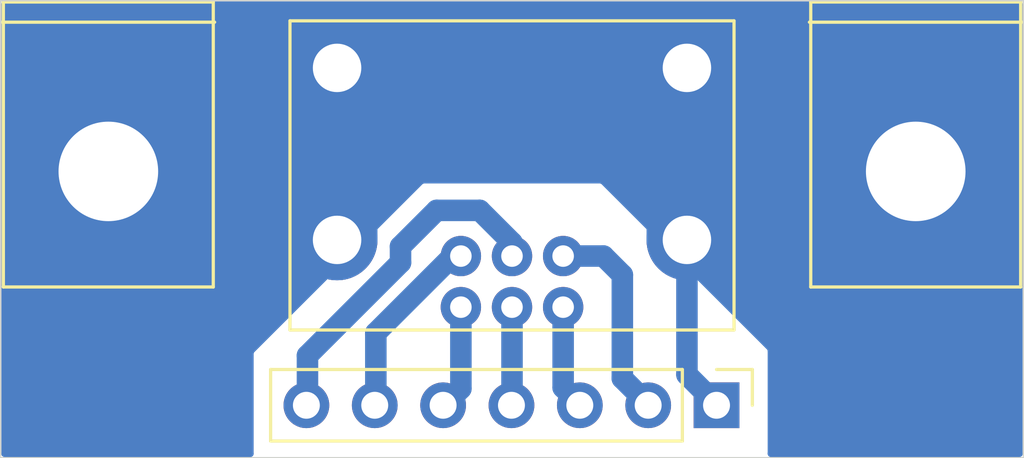
<source format=kicad_pcb>
(kicad_pcb (version 4) (generator "gerbview") (generator_version "8.0")

  (layers 
    (0 F.Cu signal)
    (31 B.Cu signal)
    (32 B.Adhes user)
    (33 F.Adhes user)
    (34 B.Paste user)
    (35 F.Paste user)
    (36 B.SilkS user)
    (37 F.SilkS user)
    (38 B.Mask user)
    (39 F.Mask user)
    (40 Dwgs.User user)
    (41 Cmts.User user)
    (42 Eco1.User user)
    (43 Eco2.User user)
    (44 Edge.Cuts user)
  )

(gr_line (start 149 65) (end 111 65) (layer Edge.Cuts) (width 0.05))
(gr_line (start 111 82) (end 149 82) (layer Edge.Cuts) (width 0.05))
(gr_line (start 111 65) (end 111 82) (layer Edge.Cuts) (width 0.05))
(gr_line (start 149 65) (end 149 82) (layer Edge.Cuts) (width 0.05))
(gr_line (start 118.95 65.8) (end 111.05 65.8) (layer F.SilkS) (width 0.12))
(gr_line (start 118.9 65.05) (end 111.1 65.05) (layer F.SilkS) (width 0.12))
(gr_line (start 118.9 75.65) (end 118.9 65.05) (layer F.SilkS) (width 0.12))
(gr_line (start 111.1 75.65) (end 118.9 75.65) (layer F.SilkS) (width 0.12))
(gr_line (start 111.1 65.05) (end 111.1 75.65) (layer F.SilkS) (width 0.12))
(gr_line (start 148.95 65.8) (end 141.05 65.8) (layer F.SilkS) (width 0.12))
(gr_line (start 148.9 65.05) (end 141.1 65.05) (layer F.SilkS) (width 0.12))
(gr_line (start 148.9 75.65) (end 148.9 65.05) (layer F.SilkS) (width 0.12))
(gr_line (start 141.1 75.65) (end 148.9 75.65) (layer F.SilkS) (width 0.12))
(gr_line (start 141.1 65.05) (end 141.1 75.65) (layer F.SilkS) (width 0.12))
(gr_line (start 121.75 77.25) (end 121.75 65.75) (layer F.SilkS) (width 0.12))
(gr_line (start 138.25 77.25) (end 121.75 77.25) (layer F.SilkS) (width 0.12))
(gr_line (start 138.25 65.75) (end 138.25 77.25) (layer F.SilkS) (width 0.12))
(gr_line (start 121.75 65.75) (end 138.25 65.75) (layer F.SilkS) (width 0.12))
(gr_line (start 121.03 78.72) (end 121.03 81.38) (layer F.SilkS) (width 0.12))
(gr_line (start 136.33 78.72) (end 121.03 78.72) (layer F.SilkS) (width 0.12))
(gr_line (start 136.33 81.38) (end 121.03 81.38) (layer F.SilkS) (width 0.12))
(gr_line (start 136.33 78.72) (end 136.33 81.38) (layer F.SilkS) (width 0.12))
(gr_line (start 137.6 78.72) (end 138.93 78.72) (layer F.SilkS) (width 0.12))
(gr_line (start 138.93 78.72) (end 138.93 80.05) (layer F.SilkS) (width 0.12))
(gr_circle (center 115 71.35) (end 117.85 71.35)(layer F.Mask) (width 0) (fill solid) )
(gr_circle (center 145 71.35) (end 147.85 71.35)(layer F.Mask) (width 0) (fill solid) )
(gr_circle (center 131.9 74.5) (end 132.65 74.5)(layer F.Mask) (width 0) (fill solid) )
(gr_circle (center 136.5 67.5) (end 138 67.5)(layer F.Mask) (width 0) (fill solid) )
(gr_circle (center 131.9 76.4) (end 132.65 76.4)(layer F.Mask) (width 0) (fill solid) )
(gr_circle (center 130 74.5) (end 130.75 74.5)(layer F.Mask) (width 0) (fill solid) )
(gr_circle (center 128.1 74.5) (end 128.85 74.5)(layer F.Mask) (width 0) (fill solid) )
(gr_circle (center 128.1 76.4) (end 128.85 76.4)(layer F.Mask) (width 0) (fill solid) )
(gr_circle (center 130 76.4) (end 130.75 76.4)(layer F.Mask) (width 0) (fill solid) )
(gr_circle (center 123.5 67.5) (end 125 67.5)(layer F.Mask) (width 0) (fill solid) )
(gr_circle (center 123.5 73.9) (end 125 73.9)(layer F.Mask) (width 0) (fill solid) )
(gr_circle (center 136.5 73.9) (end 138 73.9)(layer F.Mask) (width 0) (fill solid) )
(gr_poly (pts  (xy 122.44331 79.20409) (xy 122.52583 79.21633) (xy 122.60674 79.2366)
 (xy 122.68528 79.2647) (xy 122.76069 79.30037) (xy 122.83223 79.34325) (xy 122.89923 79.39294)
 (xy 122.96104 79.44896) (xy 123.01706 79.51077) (xy 123.06675 79.57777) (xy 123.10963 79.64931)
 (xy 123.1453 79.72472) (xy 123.1734 79.80326) (xy 123.19367 79.88417) (xy 123.20591 79.96669)
 (xy 123.21 80.05) (xy 123.20591 80.13331) (xy 123.19367 80.21583) (xy 123.1734 80.29674)
 (xy 123.1453 80.37528) (xy 123.10963 80.45069) (xy 123.06675 80.52223) (xy 123.01706 80.58923)
 (xy 122.96104 80.65104) (xy 122.89923 80.70706) (xy 122.83223 80.75675) (xy 122.76069 80.79963)
 (xy 122.68528 80.8353) (xy 122.60674 80.8634) (xy 122.52583 80.88367) (xy 122.44331 80.89591)
 (xy 122.36 80.9) (xy 122.27669 80.89591) (xy 122.19417 80.88367) (xy 122.11326 80.8634)
 (xy 122.03472 80.8353) (xy 121.95931 80.79963) (xy 121.88777 80.75675) (xy 121.82077 80.70706)
 (xy 121.75896 80.65104) (xy 121.70294 80.58923) (xy 121.65325 80.52223) (xy 121.61037 80.45069)
 (xy 121.5747 80.37528) (xy 121.5466 80.29674) (xy 121.52633 80.21583) (xy 121.51409 80.13331)
 (xy 121.51 80.05) (xy 121.51409 79.96669) (xy 121.52633 79.88417) (xy 121.5466 79.80326)
 (xy 121.5747 79.72472) (xy 121.61037 79.64931) (xy 121.65325 79.57777) (xy 121.70294 79.51077)
 (xy 121.75896 79.44896) (xy 121.82077 79.39294) (xy 121.88777 79.34325) (xy 121.95931 79.30037)
 (xy 122.03472 79.2647) (xy 122.11326 79.2366) (xy 122.19417 79.21633) (xy 122.27669 79.20409)
 (xy 122.36 79.2))(layer F.Mask) (width 0) )
(gr_poly (pts  (xy 124.98331 79.20409) (xy 125.06583 79.21633) (xy 125.14674 79.2366)
 (xy 125.22528 79.2647) (xy 125.30069 79.30037) (xy 125.37223 79.34325) (xy 125.43923 79.39294)
 (xy 125.50104 79.44896) (xy 125.55706 79.51077) (xy 125.60675 79.57777) (xy 125.64963 79.64931)
 (xy 125.6853 79.72472) (xy 125.7134 79.80326) (xy 125.73367 79.88417) (xy 125.74591 79.96669)
 (xy 125.75 80.05) (xy 125.74591 80.13331) (xy 125.73367 80.21583) (xy 125.7134 80.29674)
 (xy 125.6853 80.37528) (xy 125.64963 80.45069) (xy 125.60675 80.52223) (xy 125.55706 80.58923)
 (xy 125.50104 80.65104) (xy 125.43923 80.70706) (xy 125.37223 80.75675) (xy 125.30069 80.79963)
 (xy 125.22528 80.8353) (xy 125.14674 80.8634) (xy 125.06583 80.88367) (xy 124.98331 80.89591)
 (xy 124.9 80.9) (xy 124.81669 80.89591) (xy 124.73417 80.88367) (xy 124.65326 80.8634)
 (xy 124.57472 80.8353) (xy 124.49931 80.79963) (xy 124.42777 80.75675) (xy 124.36077 80.70706)
 (xy 124.29896 80.65104) (xy 124.24294 80.58923) (xy 124.19325 80.52223) (xy 124.15037 80.45069)
 (xy 124.1147 80.37528) (xy 124.0866 80.29674) (xy 124.06633 80.21583) (xy 124.05409 80.13331)
 (xy 124.05 80.05) (xy 124.05409 79.96669) (xy 124.06633 79.88417) (xy 124.0866 79.80326)
 (xy 124.1147 79.72472) (xy 124.15037 79.64931) (xy 124.19325 79.57777) (xy 124.24294 79.51077)
 (xy 124.29896 79.44896) (xy 124.36077 79.39294) (xy 124.42777 79.34325) (xy 124.49931 79.30037)
 (xy 124.57472 79.2647) (xy 124.65326 79.2366) (xy 124.73417 79.21633) (xy 124.81669 79.20409)
 (xy 124.9 79.2))(layer F.Mask) (width 0) )
(gr_poly (pts  (xy 127.52331 79.20409) (xy 127.60583 79.21633) (xy 127.68674 79.2366)
 (xy 127.76528 79.2647) (xy 127.84069 79.30037) (xy 127.91223 79.34325) (xy 127.97923 79.39294)
 (xy 128.04104 79.44896) (xy 128.09706 79.51077) (xy 128.14675 79.57777) (xy 128.18963 79.64931)
 (xy 128.2253 79.72472) (xy 128.2534 79.80326) (xy 128.27367 79.88417) (xy 128.28591 79.96669)
 (xy 128.29 80.05) (xy 128.28591 80.13331) (xy 128.27367 80.21583) (xy 128.2534 80.29674)
 (xy 128.2253 80.37528) (xy 128.18963 80.45069) (xy 128.14675 80.52223) (xy 128.09706 80.58923)
 (xy 128.04104 80.65104) (xy 127.97923 80.70706) (xy 127.91223 80.75675) (xy 127.84069 80.79963)
 (xy 127.76528 80.8353) (xy 127.68674 80.8634) (xy 127.60583 80.88367) (xy 127.52331 80.89591)
 (xy 127.44 80.9) (xy 127.35669 80.89591) (xy 127.27417 80.88367) (xy 127.19326 80.8634)
 (xy 127.11472 80.8353) (xy 127.03931 80.79963) (xy 126.96777 80.75675) (xy 126.90077 80.70706)
 (xy 126.83896 80.65104) (xy 126.78294 80.58923) (xy 126.73325 80.52223) (xy 126.69037 80.45069)
 (xy 126.6547 80.37528) (xy 126.6266 80.29674) (xy 126.60633 80.21583) (xy 126.59409 80.13331)
 (xy 126.59 80.05) (xy 126.59409 79.96669) (xy 126.60633 79.88417) (xy 126.6266 79.80326)
 (xy 126.6547 79.72472) (xy 126.69037 79.64931) (xy 126.73325 79.57777) (xy 126.78294 79.51077)
 (xy 126.83896 79.44896) (xy 126.90077 79.39294) (xy 126.96777 79.34325) (xy 127.03931 79.30037)
 (xy 127.11472 79.2647) (xy 127.19326 79.2366) (xy 127.27417 79.21633) (xy 127.35669 79.20409)
 (xy 127.44 79.2))(layer F.Mask) (width 0) )
(gr_poly (pts  (xy 130.06331 79.20409) (xy 130.14583 79.21633) (xy 130.22674 79.2366)
 (xy 130.30528 79.2647) (xy 130.38069 79.30037) (xy 130.45223 79.34325) (xy 130.51923 79.39294)
 (xy 130.58104 79.44896) (xy 130.63706 79.51077) (xy 130.68675 79.57777) (xy 130.72963 79.64931)
 (xy 130.7653 79.72472) (xy 130.7934 79.80326) (xy 130.81367 79.88417) (xy 130.82591 79.96669)
 (xy 130.83 80.05) (xy 130.82591 80.13331) (xy 130.81367 80.21583) (xy 130.7934 80.29674)
 (xy 130.7653 80.37528) (xy 130.72963 80.45069) (xy 130.68675 80.52223) (xy 130.63706 80.58923)
 (xy 130.58104 80.65104) (xy 130.51923 80.70706) (xy 130.45223 80.75675) (xy 130.38069 80.79963)
 (xy 130.30528 80.8353) (xy 130.22674 80.8634) (xy 130.14583 80.88367) (xy 130.06331 80.89591)
 (xy 129.98 80.9) (xy 129.89669 80.89591) (xy 129.81417 80.88367) (xy 129.73326 80.8634)
 (xy 129.65472 80.8353) (xy 129.57931 80.79963) (xy 129.50777 80.75675) (xy 129.44077 80.70706)
 (xy 129.37896 80.65104) (xy 129.32294 80.58923) (xy 129.27325 80.52223) (xy 129.23037 80.45069)
 (xy 129.1947 80.37528) (xy 129.1666 80.29674) (xy 129.14633 80.21583) (xy 129.13409 80.13331)
 (xy 129.13 80.05) (xy 129.13409 79.96669) (xy 129.14633 79.88417) (xy 129.1666 79.80326)
 (xy 129.1947 79.72472) (xy 129.23037 79.64931) (xy 129.27325 79.57777) (xy 129.32294 79.51077)
 (xy 129.37896 79.44896) (xy 129.44077 79.39294) (xy 129.50777 79.34325) (xy 129.57931 79.30037)
 (xy 129.65472 79.2647) (xy 129.73326 79.2366) (xy 129.81417 79.21633) (xy 129.89669 79.20409)
 (xy 129.98 79.2))(layer F.Mask) (width 0) )
(gr_poly (pts  (xy 132.60331 79.20409) (xy 132.68583 79.21633) (xy 132.76674 79.2366)
 (xy 132.84528 79.2647) (xy 132.92069 79.30037) (xy 132.99223 79.34325) (xy 133.05923 79.39294)
 (xy 133.12104 79.44896) (xy 133.17706 79.51077) (xy 133.22675 79.57777) (xy 133.26963 79.64931)
 (xy 133.3053 79.72472) (xy 133.3334 79.80326) (xy 133.35367 79.88417) (xy 133.36591 79.96669)
 (xy 133.37 80.05) (xy 133.36591 80.13331) (xy 133.35367 80.21583) (xy 133.3334 80.29674)
 (xy 133.3053 80.37528) (xy 133.26963 80.45069) (xy 133.22675 80.52223) (xy 133.17706 80.58923)
 (xy 133.12104 80.65104) (xy 133.05923 80.70706) (xy 132.99223 80.75675) (xy 132.92069 80.79963)
 (xy 132.84528 80.8353) (xy 132.76674 80.8634) (xy 132.68583 80.88367) (xy 132.60331 80.89591)
 (xy 132.52 80.9) (xy 132.43669 80.89591) (xy 132.35417 80.88367) (xy 132.27326 80.8634)
 (xy 132.19472 80.8353) (xy 132.11931 80.79963) (xy 132.04777 80.75675) (xy 131.98077 80.70706)
 (xy 131.91896 80.65104) (xy 131.86294 80.58923) (xy 131.81325 80.52223) (xy 131.77037 80.45069)
 (xy 131.7347 80.37528) (xy 131.7066 80.29674) (xy 131.68633 80.21583) (xy 131.67409 80.13331)
 (xy 131.67 80.05) (xy 131.67409 79.96669) (xy 131.68633 79.88417) (xy 131.7066 79.80326)
 (xy 131.7347 79.72472) (xy 131.77037 79.64931) (xy 131.81325 79.57777) (xy 131.86294 79.51077)
 (xy 131.91896 79.44896) (xy 131.98077 79.39294) (xy 132.04777 79.34325) (xy 132.11931 79.30037)
 (xy 132.19472 79.2647) (xy 132.27326 79.2366) (xy 132.35417 79.21633) (xy 132.43669 79.20409)
 (xy 132.52 79.2))(layer F.Mask) (width 0) )
(gr_poly (pts  (xy 135.14331 79.20409) (xy 135.22583 79.21633) (xy 135.30674 79.2366)
 (xy 135.38528 79.2647) (xy 135.46069 79.30037) (xy 135.53223 79.34325) (xy 135.59923 79.39294)
 (xy 135.66104 79.44896) (xy 135.71706 79.51077) (xy 135.76675 79.57777) (xy 135.80963 79.64931)
 (xy 135.8453 79.72472) (xy 135.8734 79.80326) (xy 135.89367 79.88417) (xy 135.90591 79.96669)
 (xy 135.91 80.05) (xy 135.90591 80.13331) (xy 135.89367 80.21583) (xy 135.8734 80.29674)
 (xy 135.8453 80.37528) (xy 135.80963 80.45069) (xy 135.76675 80.52223) (xy 135.71706 80.58923)
 (xy 135.66104 80.65104) (xy 135.59923 80.70706) (xy 135.53223 80.75675) (xy 135.46069 80.79963)
 (xy 135.38528 80.8353) (xy 135.30674 80.8634) (xy 135.22583 80.88367) (xy 135.14331 80.89591)
 (xy 135.06 80.9) (xy 134.97669 80.89591) (xy 134.89417 80.88367) (xy 134.81326 80.8634)
 (xy 134.73472 80.8353) (xy 134.65931 80.79963) (xy 134.58777 80.75675) (xy 134.52077 80.70706)
 (xy 134.45896 80.65104) (xy 134.40294 80.58923) (xy 134.35325 80.52223) (xy 134.31037 80.45069)
 (xy 134.2747 80.37528) (xy 134.2466 80.29674) (xy 134.22633 80.21583) (xy 134.21409 80.13331)
 (xy 134.21 80.05) (xy 134.21409 79.96669) (xy 134.22633 79.88417) (xy 134.2466 79.80326)
 (xy 134.2747 79.72472) (xy 134.31037 79.64931) (xy 134.35325 79.57777) (xy 134.40294 79.51077)
 (xy 134.45896 79.44896) (xy 134.52077 79.39294) (xy 134.58777 79.34325) (xy 134.65931 79.30037)
 (xy 134.73472 79.2647) (xy 134.81326 79.2366) (xy 134.89417 79.21633) (xy 134.97669 79.20409)
 (xy 135.06 79.2))(layer F.Mask) (width 0) )
(gr_poly (pts  (xy 138.45 80.9) (xy 136.75 80.9) (xy 136.75 79.2)
 (xy 138.45 79.2))(layer F.Mask) (width 0) )
(gr_line (start 148.873 75.623) (end 141.127 75.623) (layer F.Mask) (width 0.254))
(gr_line (start 141.127 75.623) (end 141.127 65.127) (layer F.Mask) (width 0.254))
(gr_line (start 141.127 65.127) (end 148.873 65.127) (layer F.Mask) (width 0.254))
(gr_line (start 148.873 65.127) (end 148.873 75.623) (layer F.Mask) (width 0.254))
(gr_poly (pts  (xy 148.873 75.623) (xy 141.127 75.623) (xy 141.127 65.127)
 (xy 148.873 65.127))(layer F.Mask) (width 0) )
(gr_line (start 118.773 75.573) (end 111.127 75.573) (layer F.Mask) (width 0.254))
(gr_line (start 111.127 75.573) (end 111.127 65.127) (layer F.Mask) (width 0.254))
(gr_line (start 111.127 65.127) (end 118.773 65.127) (layer F.Mask) (width 0.254))
(gr_line (start 118.773 65.127) (end 118.773 75.573) (layer F.Mask) (width 0.254))
(gr_poly (pts  (xy 118.773 75.573) (xy 111.127 75.573) (xy 111.127 65.127)
 (xy 118.773 65.127))(layer F.Mask) (width 0) )
(gr_circle (center 115 71.35) (end 117.85 71.35)(layer B.Mask) (width 0) (fill solid) )
(gr_circle (center 145 71.35) (end 147.85 71.35)(layer B.Mask) (width 0) (fill solid) )
(gr_circle (center 131.9 74.5) (end 132.65 74.5)(layer B.Mask) (width 0) (fill solid) )
(gr_circle (center 136.5 67.5) (end 138 67.5)(layer B.Mask) (width 0) (fill solid) )
(gr_circle (center 131.9 76.4) (end 132.65 76.4)(layer B.Mask) (width 0) (fill solid) )
(gr_circle (center 130 74.5) (end 130.75 74.5)(layer B.Mask) (width 0) (fill solid) )
(gr_circle (center 128.1 74.5) (end 128.85 74.5)(layer B.Mask) (width 0) (fill solid) )
(gr_circle (center 128.1 76.4) (end 128.85 76.4)(layer B.Mask) (width 0) (fill solid) )
(gr_circle (center 130 76.4) (end 130.75 76.4)(layer B.Mask) (width 0) (fill solid) )
(gr_circle (center 123.5 67.5) (end 125 67.5)(layer B.Mask) (width 0) (fill solid) )
(gr_circle (center 123.5 73.9) (end 125 73.9)(layer B.Mask) (width 0) (fill solid) )
(gr_circle (center 136.5 73.9) (end 138 73.9)(layer B.Mask) (width 0) (fill solid) )
(gr_poly (pts  (xy 122.44331 79.20409) (xy 122.52583 79.21633) (xy 122.60674 79.2366)
 (xy 122.68528 79.2647) (xy 122.76069 79.30037) (xy 122.83223 79.34325) (xy 122.89923 79.39294)
 (xy 122.96104 79.44896) (xy 123.01706 79.51077) (xy 123.06675 79.57777) (xy 123.10963 79.64931)
 (xy 123.1453 79.72472) (xy 123.1734 79.80326) (xy 123.19367 79.88417) (xy 123.20591 79.96669)
 (xy 123.21 80.05) (xy 123.20591 80.13331) (xy 123.19367 80.21583) (xy 123.1734 80.29674)
 (xy 123.1453 80.37528) (xy 123.10963 80.45069) (xy 123.06675 80.52223) (xy 123.01706 80.58923)
 (xy 122.96104 80.65104) (xy 122.89923 80.70706) (xy 122.83223 80.75675) (xy 122.76069 80.79963)
 (xy 122.68528 80.8353) (xy 122.60674 80.8634) (xy 122.52583 80.88367) (xy 122.44331 80.89591)
 (xy 122.36 80.9) (xy 122.27669 80.89591) (xy 122.19417 80.88367) (xy 122.11326 80.8634)
 (xy 122.03472 80.8353) (xy 121.95931 80.79963) (xy 121.88777 80.75675) (xy 121.82077 80.70706)
 (xy 121.75896 80.65104) (xy 121.70294 80.58923) (xy 121.65325 80.52223) (xy 121.61037 80.45069)
 (xy 121.5747 80.37528) (xy 121.5466 80.29674) (xy 121.52633 80.21583) (xy 121.51409 80.13331)
 (xy 121.51 80.05) (xy 121.51409 79.96669) (xy 121.52633 79.88417) (xy 121.5466 79.80326)
 (xy 121.5747 79.72472) (xy 121.61037 79.64931) (xy 121.65325 79.57777) (xy 121.70294 79.51077)
 (xy 121.75896 79.44896) (xy 121.82077 79.39294) (xy 121.88777 79.34325) (xy 121.95931 79.30037)
 (xy 122.03472 79.2647) (xy 122.11326 79.2366) (xy 122.19417 79.21633) (xy 122.27669 79.20409)
 (xy 122.36 79.2))(layer B.Mask) (width 0) )
(gr_poly (pts  (xy 124.98331 79.20409) (xy 125.06583 79.21633) (xy 125.14674 79.2366)
 (xy 125.22528 79.2647) (xy 125.30069 79.30037) (xy 125.37223 79.34325) (xy 125.43923 79.39294)
 (xy 125.50104 79.44896) (xy 125.55706 79.51077) (xy 125.60675 79.57777) (xy 125.64963 79.64931)
 (xy 125.6853 79.72472) (xy 125.7134 79.80326) (xy 125.73367 79.88417) (xy 125.74591 79.96669)
 (xy 125.75 80.05) (xy 125.74591 80.13331) (xy 125.73367 80.21583) (xy 125.7134 80.29674)
 (xy 125.6853 80.37528) (xy 125.64963 80.45069) (xy 125.60675 80.52223) (xy 125.55706 80.58923)
 (xy 125.50104 80.65104) (xy 125.43923 80.70706) (xy 125.37223 80.75675) (xy 125.30069 80.79963)
 (xy 125.22528 80.8353) (xy 125.14674 80.8634) (xy 125.06583 80.88367) (xy 124.98331 80.89591)
 (xy 124.9 80.9) (xy 124.81669 80.89591) (xy 124.73417 80.88367) (xy 124.65326 80.8634)
 (xy 124.57472 80.8353) (xy 124.49931 80.79963) (xy 124.42777 80.75675) (xy 124.36077 80.70706)
 (xy 124.29896 80.65104) (xy 124.24294 80.58923) (xy 124.19325 80.52223) (xy 124.15037 80.45069)
 (xy 124.1147 80.37528) (xy 124.0866 80.29674) (xy 124.06633 80.21583) (xy 124.05409 80.13331)
 (xy 124.05 80.05) (xy 124.05409 79.96669) (xy 124.06633 79.88417) (xy 124.0866 79.80326)
 (xy 124.1147 79.72472) (xy 124.15037 79.64931) (xy 124.19325 79.57777) (xy 124.24294 79.51077)
 (xy 124.29896 79.44896) (xy 124.36077 79.39294) (xy 124.42777 79.34325) (xy 124.49931 79.30037)
 (xy 124.57472 79.2647) (xy 124.65326 79.2366) (xy 124.73417 79.21633) (xy 124.81669 79.20409)
 (xy 124.9 79.2))(layer B.Mask) (width 0) )
(gr_poly (pts  (xy 127.52331 79.20409) (xy 127.60583 79.21633) (xy 127.68674 79.2366)
 (xy 127.76528 79.2647) (xy 127.84069 79.30037) (xy 127.91223 79.34325) (xy 127.97923 79.39294)
 (xy 128.04104 79.44896) (xy 128.09706 79.51077) (xy 128.14675 79.57777) (xy 128.18963 79.64931)
 (xy 128.2253 79.72472) (xy 128.2534 79.80326) (xy 128.27367 79.88417) (xy 128.28591 79.96669)
 (xy 128.29 80.05) (xy 128.28591 80.13331) (xy 128.27367 80.21583) (xy 128.2534 80.29674)
 (xy 128.2253 80.37528) (xy 128.18963 80.45069) (xy 128.14675 80.52223) (xy 128.09706 80.58923)
 (xy 128.04104 80.65104) (xy 127.97923 80.70706) (xy 127.91223 80.75675) (xy 127.84069 80.79963)
 (xy 127.76528 80.8353) (xy 127.68674 80.8634) (xy 127.60583 80.88367) (xy 127.52331 80.89591)
 (xy 127.44 80.9) (xy 127.35669 80.89591) (xy 127.27417 80.88367) (xy 127.19326 80.8634)
 (xy 127.11472 80.8353) (xy 127.03931 80.79963) (xy 126.96777 80.75675) (xy 126.90077 80.70706)
 (xy 126.83896 80.65104) (xy 126.78294 80.58923) (xy 126.73325 80.52223) (xy 126.69037 80.45069)
 (xy 126.6547 80.37528) (xy 126.6266 80.29674) (xy 126.60633 80.21583) (xy 126.59409 80.13331)
 (xy 126.59 80.05) (xy 126.59409 79.96669) (xy 126.60633 79.88417) (xy 126.6266 79.80326)
 (xy 126.6547 79.72472) (xy 126.69037 79.64931) (xy 126.73325 79.57777) (xy 126.78294 79.51077)
 (xy 126.83896 79.44896) (xy 126.90077 79.39294) (xy 126.96777 79.34325) (xy 127.03931 79.30037)
 (xy 127.11472 79.2647) (xy 127.19326 79.2366) (xy 127.27417 79.21633) (xy 127.35669 79.20409)
 (xy 127.44 79.2))(layer B.Mask) (width 0) )
(gr_poly (pts  (xy 130.06331 79.20409) (xy 130.14583 79.21633) (xy 130.22674 79.2366)
 (xy 130.30528 79.2647) (xy 130.38069 79.30037) (xy 130.45223 79.34325) (xy 130.51923 79.39294)
 (xy 130.58104 79.44896) (xy 130.63706 79.51077) (xy 130.68675 79.57777) (xy 130.72963 79.64931)
 (xy 130.7653 79.72472) (xy 130.7934 79.80326) (xy 130.81367 79.88417) (xy 130.82591 79.96669)
 (xy 130.83 80.05) (xy 130.82591 80.13331) (xy 130.81367 80.21583) (xy 130.7934 80.29674)
 (xy 130.7653 80.37528) (xy 130.72963 80.45069) (xy 130.68675 80.52223) (xy 130.63706 80.58923)
 (xy 130.58104 80.65104) (xy 130.51923 80.70706) (xy 130.45223 80.75675) (xy 130.38069 80.79963)
 (xy 130.30528 80.8353) (xy 130.22674 80.8634) (xy 130.14583 80.88367) (xy 130.06331 80.89591)
 (xy 129.98 80.9) (xy 129.89669 80.89591) (xy 129.81417 80.88367) (xy 129.73326 80.8634)
 (xy 129.65472 80.8353) (xy 129.57931 80.79963) (xy 129.50777 80.75675) (xy 129.44077 80.70706)
 (xy 129.37896 80.65104) (xy 129.32294 80.58923) (xy 129.27325 80.52223) (xy 129.23037 80.45069)
 (xy 129.1947 80.37528) (xy 129.1666 80.29674) (xy 129.14633 80.21583) (xy 129.13409 80.13331)
 (xy 129.13 80.05) (xy 129.13409 79.96669) (xy 129.14633 79.88417) (xy 129.1666 79.80326)
 (xy 129.1947 79.72472) (xy 129.23037 79.64931) (xy 129.27325 79.57777) (xy 129.32294 79.51077)
 (xy 129.37896 79.44896) (xy 129.44077 79.39294) (xy 129.50777 79.34325) (xy 129.57931 79.30037)
 (xy 129.65472 79.2647) (xy 129.73326 79.2366) (xy 129.81417 79.21633) (xy 129.89669 79.20409)
 (xy 129.98 79.2))(layer B.Mask) (width 0) )
(gr_poly (pts  (xy 132.60331 79.20409) (xy 132.68583 79.21633) (xy 132.76674 79.2366)
 (xy 132.84528 79.2647) (xy 132.92069 79.30037) (xy 132.99223 79.34325) (xy 133.05923 79.39294)
 (xy 133.12104 79.44896) (xy 133.17706 79.51077) (xy 133.22675 79.57777) (xy 133.26963 79.64931)
 (xy 133.3053 79.72472) (xy 133.3334 79.80326) (xy 133.35367 79.88417) (xy 133.36591 79.96669)
 (xy 133.37 80.05) (xy 133.36591 80.13331) (xy 133.35367 80.21583) (xy 133.3334 80.29674)
 (xy 133.3053 80.37528) (xy 133.26963 80.45069) (xy 133.22675 80.52223) (xy 133.17706 80.58923)
 (xy 133.12104 80.65104) (xy 133.05923 80.70706) (xy 132.99223 80.75675) (xy 132.92069 80.79963)
 (xy 132.84528 80.8353) (xy 132.76674 80.8634) (xy 132.68583 80.88367) (xy 132.60331 80.89591)
 (xy 132.52 80.9) (xy 132.43669 80.89591) (xy 132.35417 80.88367) (xy 132.27326 80.8634)
 (xy 132.19472 80.8353) (xy 132.11931 80.79963) (xy 132.04777 80.75675) (xy 131.98077 80.70706)
 (xy 131.91896 80.65104) (xy 131.86294 80.58923) (xy 131.81325 80.52223) (xy 131.77037 80.45069)
 (xy 131.7347 80.37528) (xy 131.7066 80.29674) (xy 131.68633 80.21583) (xy 131.67409 80.13331)
 (xy 131.67 80.05) (xy 131.67409 79.96669) (xy 131.68633 79.88417) (xy 131.7066 79.80326)
 (xy 131.7347 79.72472) (xy 131.77037 79.64931) (xy 131.81325 79.57777) (xy 131.86294 79.51077)
 (xy 131.91896 79.44896) (xy 131.98077 79.39294) (xy 132.04777 79.34325) (xy 132.11931 79.30037)
 (xy 132.19472 79.2647) (xy 132.27326 79.2366) (xy 132.35417 79.21633) (xy 132.43669 79.20409)
 (xy 132.52 79.2))(layer B.Mask) (width 0) )
(gr_poly (pts  (xy 135.14331 79.20409) (xy 135.22583 79.21633) (xy 135.30674 79.2366)
 (xy 135.38528 79.2647) (xy 135.46069 79.30037) (xy 135.53223 79.34325) (xy 135.59923 79.39294)
 (xy 135.66104 79.44896) (xy 135.71706 79.51077) (xy 135.76675 79.57777) (xy 135.80963 79.64931)
 (xy 135.8453 79.72472) (xy 135.8734 79.80326) (xy 135.89367 79.88417) (xy 135.90591 79.96669)
 (xy 135.91 80.05) (xy 135.90591 80.13331) (xy 135.89367 80.21583) (xy 135.8734 80.29674)
 (xy 135.8453 80.37528) (xy 135.80963 80.45069) (xy 135.76675 80.52223) (xy 135.71706 80.58923)
 (xy 135.66104 80.65104) (xy 135.59923 80.70706) (xy 135.53223 80.75675) (xy 135.46069 80.79963)
 (xy 135.38528 80.8353) (xy 135.30674 80.8634) (xy 135.22583 80.88367) (xy 135.14331 80.89591)
 (xy 135.06 80.9) (xy 134.97669 80.89591) (xy 134.89417 80.88367) (xy 134.81326 80.8634)
 (xy 134.73472 80.8353) (xy 134.65931 80.79963) (xy 134.58777 80.75675) (xy 134.52077 80.70706)
 (xy 134.45896 80.65104) (xy 134.40294 80.58923) (xy 134.35325 80.52223) (xy 134.31037 80.45069)
 (xy 134.2747 80.37528) (xy 134.2466 80.29674) (xy 134.22633 80.21583) (xy 134.21409 80.13331)
 (xy 134.21 80.05) (xy 134.21409 79.96669) (xy 134.22633 79.88417) (xy 134.2466 79.80326)
 (xy 134.2747 79.72472) (xy 134.31037 79.64931) (xy 134.35325 79.57777) (xy 134.40294 79.51077)
 (xy 134.45896 79.44896) (xy 134.52077 79.39294) (xy 134.58777 79.34325) (xy 134.65931 79.30037)
 (xy 134.73472 79.2647) (xy 134.81326 79.2366) (xy 134.89417 79.21633) (xy 134.97669 79.20409)
 (xy 135.06 79.2))(layer B.Mask) (width 0) )
(gr_poly (pts  (xy 138.45 80.9) (xy 136.75 80.9) (xy 136.75 79.2)
 (xy 138.45 79.2))(layer B.Mask) (width 0) )
(gr_circle (center 115 71.35) (end 117.85 71.35)(layer F.Cu) (width 0) (fill solid) )
(gr_circle (center 145 71.35) (end 147.85 71.35)(layer F.Cu) (width 0) (fill solid) )
(gr_circle (center 131.9 74.5) (end 132.65 74.5)(layer F.Cu) (width 0) (fill solid) )
(gr_circle (center 136.5 67.5) (end 138 67.5)(layer F.Cu) (width 0) (fill solid) )
(gr_circle (center 131.9 76.4) (end 132.65 76.4)(layer F.Cu) (width 0) (fill solid) )
(gr_circle (center 130 74.5) (end 130.75 74.5)(layer F.Cu) (width 0) (fill solid) )
(gr_circle (center 128.1 74.5) (end 128.85 74.5)(layer F.Cu) (width 0) (fill solid) )
(gr_circle (center 128.1 76.4) (end 128.85 76.4)(layer F.Cu) (width 0) (fill solid) )
(gr_circle (center 130 76.4) (end 130.75 76.4)(layer F.Cu) (width 0) (fill solid) )
(gr_circle (center 123.5 67.5) (end 125 67.5)(layer F.Cu) (width 0) (fill solid) )
(gr_circle (center 123.5 73.9) (end 125 73.9)(layer F.Cu) (width 0) (fill solid) )
(gr_circle (center 136.5 73.9) (end 138 73.9)(layer F.Cu) (width 0) (fill solid) )
(gr_circle (center 122.36 80.05) (end 123.21 80.05)(layer F.Cu) (width 0) (fill solid) )
(gr_circle (center 124.9 80.05) (end 125.75 80.05)(layer F.Cu) (width 0) (fill solid) )
(gr_circle (center 127.44 80.05) (end 128.29 80.05)(layer F.Cu) (width 0) (fill solid) )
(gr_circle (center 129.98 80.05) (end 130.83 80.05)(layer F.Cu) (width 0) (fill solid) )
(gr_circle (center 132.52 80.05) (end 133.37 80.05)(layer F.Cu) (width 0) (fill solid) )
(gr_circle (center 135.06 80.05) (end 135.91 80.05)(layer F.Cu) (width 0) (fill solid) )
(gr_poly (pts  (xy 138.45 79.2) (xy 136.75 79.2) (xy 136.75 80.9)
 (xy 138.45 80.9))(layer F.Cu) (width 0) )
(segment (start 148.848 75.623) (end 141.127 75.623) (width 0.254) (layer F.Cu) (net 0))
(segment (start 141.127 75.623) (end 141.127 65.152) (width 0.254) (layer F.Cu) (net 0))
(segment (start 141.127 65.152) (end 148.848 65.152) (width 0.254) (layer F.Cu) (net 0))
(segment (start 148.848 65.152) (end 148.848 75.623) (width 0.254) (layer F.Cu) (net 0))
(gr_poly (pts  (xy 148.848 75.623) (xy 141.127 75.623) (xy 141.127 65.152)
 (xy 148.848 65.152))(layer F.Cu) (width 0) )
(segment (start 118.773 75.573) (end 111.152 75.573) (width 0.254) (layer F.Cu) (net 0))
(segment (start 111.152 75.573) (end 111.152 65.152) (width 0.254) (layer F.Cu) (net 0))
(segment (start 111.152 65.152) (end 118.773 65.152) (width 0.254) (layer F.Cu) (net 0))
(segment (start 118.773 65.152) (end 118.773 75.573) (width 0.254) (layer F.Cu) (net 0))
(gr_poly (pts  (xy 118.773 75.573) (xy 111.152 75.573) (xy 111.152 65.152)
 (xy 118.773 65.152))(layer F.Cu) (width 0) )
(gr_circle (center 115 71.35) (end 117.85 71.35)(layer B.Cu) (width 0) (fill solid) )
(gr_circle (center 145 71.35) (end 147.85 71.35)(layer B.Cu) (width 0) (fill solid) )
(gr_circle (center 131.9 74.5) (end 132.65 74.5)(layer B.Cu) (width 0) (fill solid) )
(gr_circle (center 136.5 67.5) (end 138 67.5)(layer B.Cu) (width 0) (fill solid) )
(gr_circle (center 131.9 76.4) (end 132.65 76.4)(layer B.Cu) (width 0) (fill solid) )
(gr_circle (center 130 74.5) (end 130.75 74.5)(layer B.Cu) (width 0) (fill solid) )
(gr_circle (center 128.1 74.5) (end 128.85 74.5)(layer B.Cu) (width 0) (fill solid) )
(gr_circle (center 128.1 76.4) (end 128.85 76.4)(layer B.Cu) (width 0) (fill solid) )
(gr_circle (center 130 76.4) (end 130.75 76.4)(layer B.Cu) (width 0) (fill solid) )
(gr_circle (center 123.5 67.5) (end 125 67.5)(layer B.Cu) (width 0) (fill solid) )
(gr_circle (center 123.5 73.9) (end 125 73.9)(layer B.Cu) (width 0) (fill solid) )
(gr_circle (center 136.5 73.9) (end 138 73.9)(layer B.Cu) (width 0) (fill solid) )
(gr_circle (center 122.36 80.05) (end 123.21 80.05)(layer B.Cu) (width 0) (fill solid) )
(gr_circle (center 124.9 80.05) (end 125.75 80.05)(layer B.Cu) (width 0) (fill solid) )
(gr_circle (center 127.44 80.05) (end 128.29 80.05)(layer B.Cu) (width 0) (fill solid) )
(gr_circle (center 129.98 80.05) (end 130.83 80.05)(layer B.Cu) (width 0) (fill solid) )
(gr_circle (center 132.52 80.05) (end 133.37 80.05)(layer B.Cu) (width 0) (fill solid) )
(gr_circle (center 135.06 80.05) (end 135.91 80.05)(layer B.Cu) (width 0) (fill solid) )
(gr_poly (pts  (xy 138.45 79.2) (xy 136.75 79.2) (xy 136.75 80.9)
 (xy 138.45 80.9))(layer B.Cu) (width 0) )
(segment (start 130 74.5) (end 130 74) (width 0.8) (layer B.Cu) (net 0))
(segment (start 130 74) (end 128.8 72.8) (width 0.8) (layer B.Cu) (net 0))
(segment (start 128.8 72.8) (end 127.2 72.8) (width 0.8) (layer B.Cu) (net 0))
(segment (start 127.2 72.8) (end 125.85697 74.14303) (width 0.8) (layer B.Cu) (net 0))
(segment (start 125.85697 74.14303) (end 125.85697 74.74303) (width 0.8) (layer B.Cu) (net 0))
(segment (start 125.85697 74.74303) (end 122.4 78.2) (width 0.8) (layer B.Cu) (net 0))
(segment (start 122.4 78.2) (end 122.4 80.05) (width 0.8) (layer B.Cu) (net 0))
(segment (start 124.94 80.05) (end 124.94 80.038) (width 1) (layer B.Cu) (net 0))
(segment (start 124.94 80.05) (end 124.94 80.038) (width 1) (layer B.Cu) (net 0))
(segment (start 124.94 80.05) (end 124.94 77.35706) (width 0.8) (layer B.Cu) (net 0))
(segment (start 124.94 77.35706) (end 127.79706 74.5) (width 0.8) (layer B.Cu) (net 0))
(segment (start 127.79706 74.5) (end 128.1 74.5) (width 0.8) (layer B.Cu) (net 0))
(segment (start 127.48 80.05) (end 128.1 79.43) (width 0.8) (layer B.Cu) (net 0))
(segment (start 128.1 79.43) (end 128.1 76.4) (width 0.8) (layer B.Cu) (net 0))
(segment (start 130.02 80.05) (end 130 80.03) (width 0.8) (layer B.Cu) (net 0))
(segment (start 130 80.03) (end 130 76.4) (width 0.8) (layer B.Cu) (net 0))
(segment (start 132.56 80.05) (end 131.9 79.39) (width 0.8) (layer B.Cu) (net 0))
(segment (start 131.9 79.39) (end 131.9 76.4) (width 0.8) (layer B.Cu) (net 0))
(segment (start 131.9 74.5) (end 133.4 74.5) (width 0.8) (layer B.Cu) (net 0))
(segment (start 133.4 74.5) (end 134.1 75.2) (width 0.8) (layer B.Cu) (net 0))
(segment (start 134.1 75.2) (end 134.1 79.05) (width 0.8) (layer B.Cu) (net 0))
(segment (start 134.1 79.05) (end 135.1 80.05) (width 0.8) (layer B.Cu) (net 0))
(segment (start 136.5 67.5) (end 123.5 67.5) (width 3) (layer B.Cu) (net 0))
(segment (start 123.5 67.5) (end 123.5 73.9) (width 3) (layer B.Cu) (net 0))
(segment (start 136.5 73.9) (end 136.5 67.5) (width 3) (layer B.Cu) (net 0))
(segment (start 137.64 80.05) (end 136.5 78.91) (width 0.8) (layer B.Cu) (net 0))
(segment (start 136.5 78.91) (end 136.5 73.9) (width 0.8) (layer B.Cu) (net 0))
(segment (start 148.848 81.848) (end 139.627 81.848) (width 0.254) (layer B.Cu) (net 0))
(segment (start 139.627 81.848) (end 139.627 78) (width 0.254) (layer B.Cu) (net 0))
(segment (start 139.627 78) (end 139.62456 77.97522) (width 0.254) (layer B.Cu) (net 0))
(segment (start 139.62456 77.97522) (end 139.61733 77.9514) (width 0.254) (layer B.Cu) (net 0))
(segment (start 139.61733 77.9514) (end 139.6056 77.92944) (width 0.254) (layer B.Cu) (net 0))
(segment (start 139.6056 77.92944) (end 139.5898 77.9102) (width 0.254) (layer B.Cu) (net 0))
(segment (start 139.5898 77.9102) (end 133.3898 71.7102) (width 0.254) (layer B.Cu) (net 0))
(segment (start 133.3898 71.7102) (end 133.37056 71.6944) (width 0.254) (layer B.Cu) (net 0))
(segment (start 133.37056 71.6944) (end 133.3486 71.68267) (width 0.254) (layer B.Cu) (net 0))
(segment (start 133.3486 71.68267) (end 133.32478 71.67544) (width 0.254) (layer B.Cu) (net 0))
(segment (start 133.32478 71.67544) (end 133.3 71.673) (width 0.254) (layer B.Cu) (net 0))
(segment (start 133.3 71.673) (end 126.7 71.673) (width 0.254) (layer B.Cu) (net 0))
(segment (start 126.7 71.673) (end 126.67522 71.67544) (width 0.254) (layer B.Cu) (net 0))
(segment (start 126.67522 71.67544) (end 126.6514 71.68267) (width 0.254) (layer B.Cu) (net 0))
(segment (start 126.6514 71.68267) (end 126.62944 71.6944) (width 0.254) (layer B.Cu) (net 0))
(segment (start 126.62944 71.6944) (end 126.6102 71.7102) (width 0.254) (layer B.Cu) (net 0))
(segment (start 126.6102 71.7102) (end 120.3102 78.0102) (width 0.254) (layer B.Cu) (net 0))
(segment (start 120.3102 78.0102) (end 120.2944 78.02944) (width 0.254) (layer B.Cu) (net 0))
(segment (start 120.2944 78.02944) (end 120.28267 78.0514) (width 0.254) (layer B.Cu) (net 0))
(segment (start 120.28267 78.0514) (end 120.27544 78.07522) (width 0.254) (layer B.Cu) (net 0))
(segment (start 120.27544 78.07522) (end 120.273 78.1) (width 0.254) (layer B.Cu) (net 0))
(segment (start 120.273 78.1) (end 120.273 81.848) (width 0.254) (layer B.Cu) (net 0))
(segment (start 120.273 81.848) (end 111.152 81.848) (width 0.254) (layer B.Cu) (net 0))
(segment (start 111.152 81.848) (end 111.152 65.152) (width 0.254) (layer B.Cu) (net 0))
(segment (start 111.152 65.152) (end 148.848 65.152) (width 0.254) (layer B.Cu) (net 0))
(segment (start 148.848 65.152) (end 148.848 81.848) (width 0.254) (layer B.Cu) (net 0))
(gr_poly (pts  (xy 148.848 81.848) (xy 139.627 81.848) (xy 139.627 78)
 (xy 139.62456 77.97522) (xy 139.61733 77.9514) (xy 139.6056 77.92944) (xy 139.5898 77.9102)
 (xy 133.3898 71.7102) (xy 133.37056 71.6944) (xy 133.3486 71.68267) (xy 133.32478 71.67544)
 (xy 133.3 71.673) (xy 126.7 71.673) (xy 126.67522 71.67544) (xy 126.6514 71.68267)
 (xy 126.62944 71.6944) (xy 126.6102 71.7102) (xy 120.3102 78.0102) (xy 120.2944 78.02944)
 (xy 120.28267 78.0514) (xy 120.27544 78.07522) (xy 120.273 78.1) (xy 120.273 81.848)
 (xy 111.152 81.848) (xy 111.152 65.152) (xy 148.848 65.152))
(layer B.Cu) (width 0) )
 (via (at 128.09982 74.50074) (size 0.80011) (drill 0.8001) (layers F.Cu B.Cu))
 (via (at 128.09982 76.40066) (size 0.80011) (drill 0.8001) (layers F.Cu B.Cu))
 (via (at 129.99974 74.50074) (size 0.80011) (drill 0.8001) (layers F.Cu B.Cu))
 (via (at 129.99974 76.40066) (size 0.80011) (drill 0.8001) (layers F.Cu B.Cu))
 (via (at 131.89966 74.50074) (size 0.80011) (drill 0.8001) (layers F.Cu B.Cu))
 (via (at 131.89966 76.40066) (size 0.80011) (drill 0.8001) (layers F.Cu B.Cu))
 (via (at 122.35942 80.05064) (size 1.00077) (drill 1.00076) (layers F.Cu B.Cu))
 (via (at 124.89942 80.05064) (size 1.00077) (drill 1.00076) (layers F.Cu B.Cu))
 (via (at 127.43942 80.05064) (size 1.00077) (drill 1.00076) (layers F.Cu B.Cu))
 (via (at 129.97942 80.05064) (size 1.00077) (drill 1.00076) (layers F.Cu B.Cu))
 (via (at 132.51942 80.05064) (size 1.00077) (drill 1.00076) (layers F.Cu B.Cu))
 (via (at 135.05942 80.05064) (size 1.00077) (drill 1.00076) (layers F.Cu B.Cu))
 (via (at 137.59942 80.05064) (size 1.00077) (drill 1.00076) (layers F.Cu B.Cu))
 (via (at 123.49988 67.5005) (size 1.80087) (drill 1.80086) (layers F.Cu B.Cu))
 (via (at 123.49988 73.89876) (size 1.80087) (drill 1.80086) (layers F.Cu B.Cu))
 (via (at 136.4996 67.5005) (size 1.80087) (drill 1.80086) (layers F.Cu B.Cu))
 (via (at 136.4996 73.89876) (size 1.80087) (drill 1.80086) (layers F.Cu B.Cu))
 (via (at 115.00104 71.35114) (size 3.70079) (drill 3.70078) (layers F.Cu B.Cu))
 (via (at 145.00098 71.35114) (size 3.70079) (drill 3.70078) (layers F.Cu B.Cu))
)

</source>
